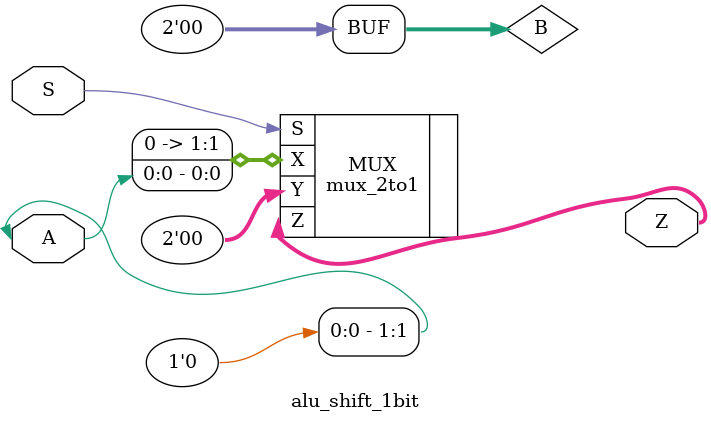
<source format=v>
`timescale 1ns / 1ps
`default_nettype none
module alu_shift_1bit(A, S, Z);

    parameter N = 2;

	//port definitions

	input wire [(N-1):0] A;
	input wire S;
    output wire [(N-1):0] Z;
    wire [(N-1):0] B;

    assign B[(N-2):0] = A[N:1];
    assign B[(N-1):(N-2)] = 2'b0;
    
	mux_2to1 #(.N(N)) MUX (.X(A), .Y(B), .S(S), .Z(Z));
endmodule
`default_nettype wire

</source>
